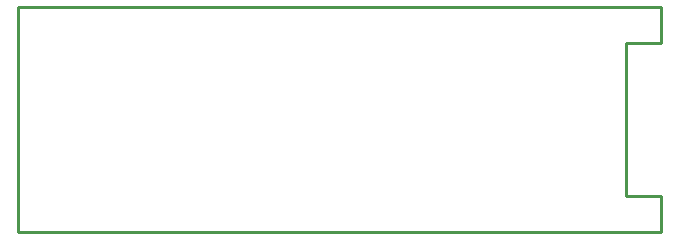
<source format=gbr>
%TF.GenerationSoftware,KiCad,Pcbnew,7.0.9-7.0.9~ubuntu22.04.1*%
%TF.CreationDate,2024-01-19T15:32:03+02:00*%
%TF.ProjectId,USB-GIGABIT_Rev_D,5553422d-4749-4474-9142-49545f526576,rev?*%
%TF.SameCoordinates,PX3473bc0PY4bd12e0*%
%TF.FileFunction,Profile,NP*%
%FSLAX46Y46*%
G04 Gerber Fmt 4.6, Leading zero omitted, Abs format (unit mm)*
G04 Created by KiCad (PCBNEW 7.0.9-7.0.9~ubuntu22.04.1) date 2024-01-19 15:32:03*
%MOMM*%
%LPD*%
G01*
G04 APERTURE LIST*
%TA.AperFunction,Profile*%
%ADD10C,0.254000*%
%TD*%
G04 APERTURE END LIST*
D10*
X0Y0D02*
X0Y19000000D01*
X0Y19000000D02*
X54500000Y19000000D01*
X54500000Y16000000D02*
X54500000Y19000000D01*
X54500000Y0D02*
X0Y0D01*
X54500000Y0D02*
X54500000Y3000000D01*
X51500000Y16000000D02*
X51500000Y3000000D01*
X51500000Y3000000D02*
X54500000Y3000000D01*
X54500000Y16000000D02*
X51500000Y16000000D01*
M02*

</source>
